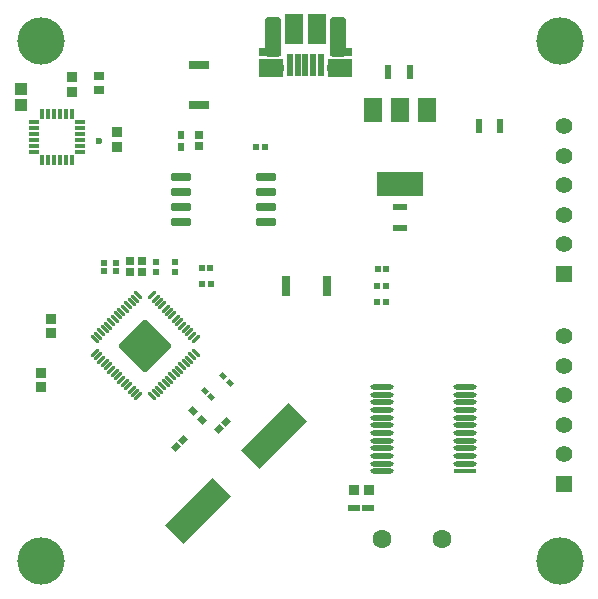
<source format=gts>
G04*
G04 #@! TF.GenerationSoftware,Altium Limited,Altium Designer,22.11.1 (43)*
G04*
G04 Layer_Color=8388736*
%FSLAX25Y25*%
%MOIN*%
G70*
G04*
G04 #@! TF.SameCoordinates,256A903A-EE05-4266-A9F3-2A002FD68AA6*
G04*
G04*
G04 #@! TF.FilePolarity,Negative*
G04*
G01*
G75*
G04:AMPARAMS|DCode=23|XSize=76.91mil|YSize=17.01mil|CornerRadius=8.51mil|HoleSize=0mil|Usage=FLASHONLY|Rotation=180.000|XOffset=0mil|YOffset=0mil|HoleType=Round|Shape=RoundedRectangle|*
%AMROUNDEDRECTD23*
21,1,0.07691,0.00000,0,0,180.0*
21,1,0.05990,0.01701,0,0,180.0*
1,1,0.01701,-0.02995,0.00000*
1,1,0.01701,0.02995,0.00000*
1,1,0.01701,0.02995,0.00000*
1,1,0.01701,-0.02995,0.00000*
%
%ADD23ROUNDEDRECTD23*%
%ADD24R,0.07691X0.01701*%
%ADD29R,0.03150X0.06693*%
%ADD30R,0.06693X0.03150*%
%ADD31R,0.03568X0.03366*%
%ADD40R,0.03543X0.03347*%
%ADD42R,0.03543X0.02953*%
%ADD44R,0.03347X0.03543*%
%ADD45R,0.02362X0.04921*%
%ADD46R,0.02029X0.01860*%
G04:AMPARAMS|DCode=47|XSize=20.29mil|YSize=18.6mil|CornerRadius=0mil|HoleSize=0mil|Usage=FLASHONLY|Rotation=315.000|XOffset=0mil|YOffset=0mil|HoleType=Round|Shape=Rectangle|*
%AMROTATEDRECTD47*
4,1,4,-0.01375,0.00060,-0.00060,0.01375,0.01375,-0.00060,0.00060,-0.01375,-0.01375,0.00060,0.0*
%
%ADD47ROTATEDRECTD47*%

%ADD48R,0.02254X0.02423*%
%ADD49R,0.01860X0.02029*%
%ADD50R,0.04921X0.02362*%
G04:AMPARAMS|DCode=51|XSize=24.23mil|YSize=22.54mil|CornerRadius=0mil|HoleSize=0mil|Usage=FLASHONLY|Rotation=45.000|XOffset=0mil|YOffset=0mil|HoleType=Round|Shape=Rectangle|*
%AMROTATEDRECTD51*
4,1,4,-0.00060,-0.01653,-0.01653,-0.00060,0.00060,0.01653,0.01653,0.00060,-0.00060,-0.01653,0.0*
%
%ADD51ROTATEDRECTD51*%

%ADD54C,0.02362*%
%ADD55R,0.01323X0.03410*%
%ADD56R,0.03410X0.01323*%
G04:AMPARAMS|DCode=57|XSize=223.46mil|YSize=85.67mil|CornerRadius=0mil|HoleSize=0mil|Usage=FLASHONLY|Rotation=45.000|XOffset=0mil|YOffset=0mil|HoleType=Round|Shape=Rectangle|*
%AMROTATEDRECTD57*
4,1,4,-0.04872,-0.10930,-0.10930,-0.04872,0.04872,0.10930,0.10930,0.04872,-0.04872,-0.10930,0.0*
%
%ADD57ROTATEDRECTD57*%

G04:AMPARAMS|DCode=58|XSize=10.87mil|YSize=37.44mil|CornerRadius=2.48mil|HoleSize=0mil|Usage=FLASHONLY|Rotation=45.000|XOffset=0mil|YOffset=0mil|HoleType=Round|Shape=RoundedRectangle|*
%AMROUNDEDRECTD58*
21,1,0.01087,0.03248,0,0,45.0*
21,1,0.00591,0.03744,0,0,45.0*
1,1,0.00496,0.01357,-0.00940*
1,1,0.00496,0.00940,-0.01357*
1,1,0.00496,-0.01357,0.00940*
1,1,0.00496,-0.00940,0.01357*
%
%ADD58ROUNDEDRECTD58*%
G04:AMPARAMS|DCode=59|XSize=37.44mil|YSize=10.87mil|CornerRadius=2.48mil|HoleSize=0mil|Usage=FLASHONLY|Rotation=45.000|XOffset=0mil|YOffset=0mil|HoleType=Round|Shape=RoundedRectangle|*
%AMROUNDEDRECTD59*
21,1,0.03744,0.00591,0,0,45.0*
21,1,0.03248,0.01087,0,0,45.0*
1,1,0.00496,0.01357,0.00940*
1,1,0.00496,-0.00940,-0.01357*
1,1,0.00496,-0.01357,-0.00940*
1,1,0.00496,0.00940,0.01357*
%
%ADD59ROUNDEDRECTD59*%
G04:AMPARAMS|DCode=60|XSize=128.98mil|YSize=128.98mil|CornerRadius=4.02mil|HoleSize=0mil|Usage=FLASHONLY|Rotation=45.000|XOffset=0mil|YOffset=0mil|HoleType=Round|Shape=RoundedRectangle|*
%AMROUNDEDRECTD60*
21,1,0.12898,0.12095,0,0,45.0*
21,1,0.12095,0.12898,0,0,45.0*
1,1,0.00803,0.08552,0.00000*
1,1,0.00803,0.00000,-0.08552*
1,1,0.00803,-0.08552,0.00000*
1,1,0.00803,0.00000,0.08552*
%
%ADD60ROUNDEDRECTD60*%
G04:AMPARAMS|DCode=61|XSize=66.38mil|YSize=25.83mil|CornerRadius=4.35mil|HoleSize=0mil|Usage=FLASHONLY|Rotation=0.000|XOffset=0mil|YOffset=0mil|HoleType=Round|Shape=RoundedRectangle|*
%AMROUNDEDRECTD61*
21,1,0.06638,0.01713,0,0,0.0*
21,1,0.05768,0.02583,0,0,0.0*
1,1,0.00870,0.02884,-0.00856*
1,1,0.00870,-0.02884,-0.00856*
1,1,0.00870,-0.02884,0.00856*
1,1,0.00870,0.02884,0.00856*
%
%ADD61ROUNDEDRECTD61*%
G04:AMPARAMS|DCode=62|XSize=22.68mil|YSize=26.61mil|CornerRadius=0mil|HoleSize=0mil|Usage=FLASHONLY|Rotation=225.000|XOffset=0mil|YOffset=0mil|HoleType=Round|Shape=Rectangle|*
%AMROTATEDRECTD62*
4,1,4,-0.00139,0.01743,0.01743,-0.00139,0.00139,-0.01743,-0.01743,0.00139,-0.00139,0.01743,0.0*
%
%ADD62ROTATEDRECTD62*%

%ADD63R,0.02858X0.03055*%
%ADD64R,0.02268X0.02661*%
%ADD65R,0.07484X0.03055*%
G04:AMPARAMS|DCode=66|XSize=54.17mil|YSize=130.95mil|CornerRadius=9.17mil|HoleSize=0mil|Usage=FLASHONLY|Rotation=180.000|XOffset=0mil|YOffset=0mil|HoleType=Round|Shape=RoundedRectangle|*
%AMROUNDEDRECTD66*
21,1,0.05417,0.11260,0,0,180.0*
21,1,0.03583,0.13095,0,0,180.0*
1,1,0.01835,-0.01791,0.05630*
1,1,0.01835,0.01791,0.05630*
1,1,0.01835,0.01791,-0.05630*
1,1,0.01835,-0.01791,-0.05630*
%
%ADD66ROUNDEDRECTD66*%
%ADD67R,0.08173X0.06047*%
%ADD68R,0.01874X0.07189*%
%ADD69R,0.05910X0.10142*%
%ADD70R,0.04236X0.03842*%
%ADD71R,0.04039X0.02465*%
%ADD72R,0.06307X0.08276*%
%ADD73R,0.15362X0.08276*%
%ADD74C,0.05512*%
%ADD75R,0.05512X0.05512*%
%ADD76C,0.02661*%
G04:AMPARAMS|DCode=77|XSize=60.08mil|YSize=44.33mil|CornerRadius=22.17mil|HoleSize=0mil|Usage=FLASHONLY|Rotation=270.000|XOffset=0mil|YOffset=0mil|HoleType=Round|Shape=RoundedRectangle|*
%AMROUNDEDRECTD77*
21,1,0.06008,0.00000,0,0,270.0*
21,1,0.01575,0.04433,0,0,270.0*
1,1,0.04433,0.00000,-0.00787*
1,1,0.04433,0.00000,0.00787*
1,1,0.04433,0.00000,0.00787*
1,1,0.04433,0.00000,-0.00787*
%
%ADD77ROUNDEDRECTD77*%
G04:AMPARAMS|DCode=78|XSize=73.86mil|YSize=54.17mil|CornerRadius=27.09mil|HoleSize=0mil|Usage=FLASHONLY|Rotation=270.000|XOffset=0mil|YOffset=0mil|HoleType=Round|Shape=RoundedRectangle|*
%AMROUNDEDRECTD78*
21,1,0.07386,0.00000,0,0,270.0*
21,1,0.01968,0.05417,0,0,270.0*
1,1,0.05417,0.00000,-0.00984*
1,1,0.05417,0.00000,0.00984*
1,1,0.05417,0.00000,0.00984*
1,1,0.05417,0.00000,-0.00984*
%
%ADD78ROUNDEDRECTD78*%
%ADD79C,0.15748*%
%ADD80C,0.06299*%
D23*
X-59548Y-143307D02*
D03*
Y-140748D02*
D03*
Y-138189D02*
D03*
Y-135630D02*
D03*
Y-133071D02*
D03*
Y-130512D02*
D03*
Y-127953D02*
D03*
Y-125394D02*
D03*
Y-122835D02*
D03*
Y-120276D02*
D03*
Y-117717D02*
D03*
Y-115157D02*
D03*
X-31790D02*
D03*
Y-117717D02*
D03*
Y-120276D02*
D03*
Y-122835D02*
D03*
Y-125394D02*
D03*
Y-127953D02*
D03*
Y-130512D02*
D03*
Y-133071D02*
D03*
Y-135630D02*
D03*
Y-138189D02*
D03*
Y-140748D02*
D03*
D24*
Y-143307D02*
D03*
D29*
X-91339Y-81693D02*
D03*
X-77953D02*
D03*
D30*
X-120472Y-21260D02*
D03*
Y-7874D02*
D03*
D31*
X-169685Y-97345D02*
D03*
Y-92419D02*
D03*
X-173228Y-110428D02*
D03*
Y-115354D02*
D03*
D40*
X-162697Y-11811D02*
D03*
Y-16929D02*
D03*
X-147835Y-35335D02*
D03*
Y-30217D02*
D03*
D42*
X-153937Y-11417D02*
D03*
Y-16142D02*
D03*
D44*
X-63779Y-149409D02*
D03*
X-68898D02*
D03*
D45*
X-19980Y-28346D02*
D03*
X-27067D02*
D03*
X-50207Y-10236D02*
D03*
X-57293D02*
D03*
D46*
X-57978Y-81496D02*
D03*
X-60959D02*
D03*
X-57978Y-87008D02*
D03*
X-60959D02*
D03*
X-116634Y-75492D02*
D03*
X-119615D02*
D03*
X-57958Y-75886D02*
D03*
X-60939D02*
D03*
X-116324Y-81004D02*
D03*
X-119305D02*
D03*
X-101510Y-35157D02*
D03*
X-98529D02*
D03*
D47*
X-116437Y-118566D02*
D03*
X-118545Y-116458D02*
D03*
X-110265Y-113714D02*
D03*
X-112373Y-111606D02*
D03*
D48*
X-128445Y-73510D02*
D03*
Y-76884D02*
D03*
X-134646Y-73510D02*
D03*
Y-76884D02*
D03*
D49*
X-148076Y-73706D02*
D03*
Y-76687D02*
D03*
X-152165Y-73706D02*
D03*
Y-76687D02*
D03*
D50*
X-53347Y-62205D02*
D03*
Y-55118D02*
D03*
D51*
X-111295Y-126809D02*
D03*
X-113681Y-129196D02*
D03*
X-128272Y-135125D02*
D03*
X-125886Y-132739D02*
D03*
D54*
X-153839Y-33169D02*
D03*
D55*
X-172638Y-39547D02*
D03*
X-170669D02*
D03*
X-168701D02*
D03*
X-166732D02*
D03*
X-164764D02*
D03*
X-162795D02*
D03*
Y-24035D02*
D03*
X-164764D02*
D03*
X-166732D02*
D03*
X-168701D02*
D03*
X-170669D02*
D03*
X-172638D02*
D03*
D56*
X-159961Y-36713D02*
D03*
Y-34744D02*
D03*
Y-32776D02*
D03*
Y-30807D02*
D03*
Y-28839D02*
D03*
Y-26870D02*
D03*
X-175472D02*
D03*
Y-28839D02*
D03*
Y-30807D02*
D03*
Y-32776D02*
D03*
Y-34744D02*
D03*
Y-36713D02*
D03*
D57*
X-120626Y-156613D02*
D03*
X-95571Y-131558D02*
D03*
D58*
X-155199Y-99156D02*
D03*
X-154086Y-98043D02*
D03*
X-152972Y-96929D02*
D03*
X-151858Y-95816D02*
D03*
X-150745Y-94702D02*
D03*
X-149631Y-93589D02*
D03*
X-148518Y-92475D02*
D03*
X-147404Y-91361D02*
D03*
X-146291Y-90248D02*
D03*
X-145177Y-89134D02*
D03*
X-144064Y-88021D02*
D03*
X-142950Y-86907D02*
D03*
X-141837Y-85794D02*
D03*
X-140723Y-84680D02*
D03*
X-121584Y-103819D02*
D03*
X-122697Y-104933D02*
D03*
X-123811Y-106046D02*
D03*
X-124924Y-107160D02*
D03*
X-126038Y-108273D02*
D03*
X-127152Y-109387D02*
D03*
X-128265Y-110501D02*
D03*
X-129379Y-111614D02*
D03*
X-130492Y-112728D02*
D03*
X-131606Y-113841D02*
D03*
X-132719Y-114955D02*
D03*
X-133833Y-116068D02*
D03*
X-134946Y-117182D02*
D03*
X-136060Y-118296D02*
D03*
D59*
Y-84680D02*
D03*
X-134946Y-85794D02*
D03*
X-133833Y-86907D02*
D03*
X-132719Y-88021D02*
D03*
X-131606Y-89134D02*
D03*
X-130492Y-90248D02*
D03*
X-129379Y-91361D02*
D03*
X-128265Y-92475D02*
D03*
X-127152Y-93589D02*
D03*
X-126038Y-94702D02*
D03*
X-124924Y-95816D02*
D03*
X-123811Y-96929D02*
D03*
X-122697Y-98043D02*
D03*
X-121584Y-99156D02*
D03*
X-140723Y-118296D02*
D03*
X-141837Y-117182D02*
D03*
X-142950Y-116068D02*
D03*
X-144064Y-114955D02*
D03*
X-145177Y-113841D02*
D03*
X-146291Y-112728D02*
D03*
X-147404Y-111614D02*
D03*
X-148518Y-110501D02*
D03*
X-149631Y-109387D02*
D03*
X-150745Y-108273D02*
D03*
X-151858Y-107160D02*
D03*
X-152972Y-106046D02*
D03*
X-154086Y-104933D02*
D03*
X-155199Y-103819D02*
D03*
D60*
X-138391Y-101488D02*
D03*
D61*
X-98169Y-45158D02*
D03*
Y-50157D02*
D03*
Y-55158D02*
D03*
Y-60158D02*
D03*
X-126555D02*
D03*
Y-55158D02*
D03*
Y-50157D02*
D03*
Y-45158D02*
D03*
D62*
X-122343Y-123290D02*
D03*
X-119559Y-126074D02*
D03*
D63*
X-139469Y-76772D02*
D03*
Y-73032D02*
D03*
X-143602Y-76772D02*
D03*
Y-73032D02*
D03*
X-120433Y-31260D02*
D03*
Y-35000D02*
D03*
D64*
X-126339Y-35098D02*
D03*
Y-31161D02*
D03*
D65*
X-96762Y-3543D02*
D03*
X-73238D02*
D03*
D66*
X-95728Y1476D02*
D03*
X-74272D02*
D03*
D67*
X-73583Y-8779D02*
D03*
X-96417D02*
D03*
D68*
X-79882Y-7972D02*
D03*
X-82441D02*
D03*
X-85000D02*
D03*
X-87559D02*
D03*
X-90118D02*
D03*
D69*
X-81211Y4134D02*
D03*
X-88789D02*
D03*
D70*
X-179921Y-15945D02*
D03*
Y-21260D02*
D03*
D71*
X-68799Y-155512D02*
D03*
X-64272D02*
D03*
D72*
X-44449Y-22835D02*
D03*
X-62559D02*
D03*
X-53504D02*
D03*
D73*
Y-47638D02*
D03*
D74*
X1280Y-28248D02*
D03*
Y-38091D02*
D03*
Y-47933D02*
D03*
Y-57776D02*
D03*
Y-67618D02*
D03*
X1181Y-98228D02*
D03*
Y-108071D02*
D03*
Y-117913D02*
D03*
Y-127756D02*
D03*
Y-137598D02*
D03*
D75*
X1280Y-77461D02*
D03*
X1181Y-147441D02*
D03*
D76*
X-131293Y-101488D02*
D03*
X-134842Y-105037D02*
D03*
X-138391Y-108587D02*
D03*
X-134842Y-97938D02*
D03*
X-138391Y-101488D02*
D03*
X-141941Y-105037D02*
D03*
X-138391Y-94389D02*
D03*
X-141941Y-97938D02*
D03*
X-145490Y-101488D02*
D03*
D77*
X-94547Y-8779D02*
D03*
X-75453D02*
D03*
D78*
X-74272Y3150D02*
D03*
X-95728D02*
D03*
D79*
X-173228Y0D02*
D03*
Y-173228D02*
D03*
X0D02*
D03*
Y0D02*
D03*
D80*
X-39347Y-165748D02*
D03*
X-59347D02*
D03*
M02*

</source>
